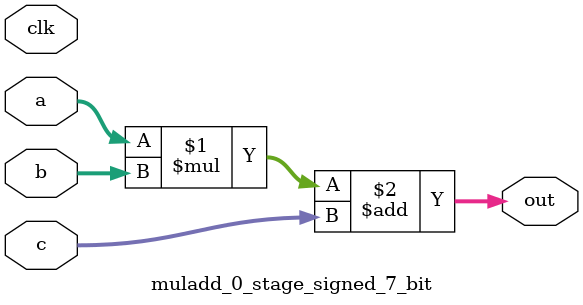
<source format=sv>
(* use_dsp = "yes" *) module muladd_0_stage_signed_7_bit(
	input signed [6:0] a,
	input signed [6:0] b,
	input signed [6:0] c,
	output [6:0] out,
	input clk);

	assign out = (a * b) + c;
endmodule

</source>
